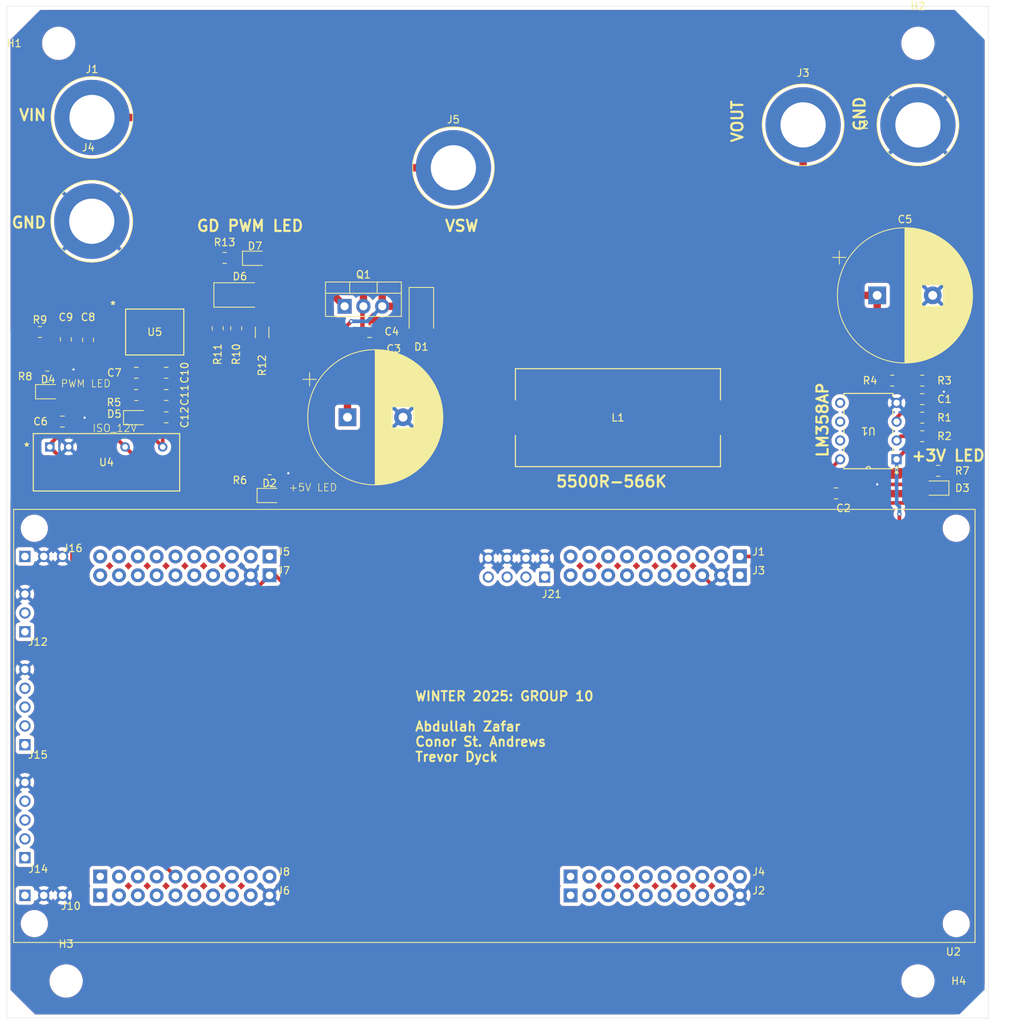
<source format=kicad_pcb>
(kicad_pcb (version 20241229) (generator "pcbnew") (generator_version "9.0")
  (layers (0 "F.Cu" signal) (2 "B.Cu" signal) (13 "F.Paste" user) (15 "B.Paste" user) (5 "F.SilkS" user "F.Silkscreen") (7 "B.SilkS" user "B.Silkscreen") (1 "F.Mask" user) (3 "B.Mask" user) (25 "Edge.Cuts" user))
  (net 0 "")
  (net 1 "GND")
  (net 2 "+3.3V")
  (net 3 "/VFILT")
  (net 4 "/VOUT")
  (net 14 "/Power_stage/VIN")
  (net 16 "+5V")
  (net 26 "/GD/ISO_12")
  (net 27 "/GD/PWM_FILT")
  (net 31 "/VSW")
  (net 35 "/VG")
  (net 42 "Net-(D6-K)")
  (net 81 "/PWM")
  (net 90 "/GD/GD_PWM")
  (net 105 "Net-(U1-1IN+)")
  (net 106 "Net-(U1-1IN-)")
  (net 107 "Net-(D2-K)")
  (net 108 "Net-(D3-K)")
  (net 109 "Net-(D4-K)")
  (net 110 "Net-(D5-K)")
  (net 111 "Net-(D7-K)")
  (footprint "Diode_SMD:D_SMA" (layer "F.Cu") (at 100.464 74.446 -90)
    (property "Reference" "D1")
    (property "Value" "SS310")
  )
  (footprint "Capacitor_THT:CP_Radial_D18.0mm_P7.50mm" (layer "F.Cu") (at 90.48622 88.446)
    (property "Reference" "C3")
    (property "Value" "470u")
  )
  (footprint "Resistor_SMD:R_0805_2012Metric_Pad1.20x1.40mm_HandSolder" (layer "F.Cu") (at 170.229 95.676354 180)
    (property "Reference" "R7")
    (property "Value" "3.3K")
  )
  (footprint "Resistor_SMD:R_0805_2012Metric" (layer "F.Cu") (at 168.0875 91)
    (property "Reference" "R2")
    (property "Value" "5")
  )
  (footprint "Capacitor_SMD:C_0805_2012Metric" (layer "F.Cu") (at 66.004 85.446)
    (property "Reference" "C11")
    (property "Value" "220U")
  )
  (footprint "UWINLOGO:UWINLOGO.pretty" (layer "F.Cu") (at 89 130)
    (property "Reference" "G***" (hide yes))
    (property "Value" "LOGO" (hide yes))
  )
  (footprint "LED_SMD:LED_0805_2012Metric" (layer "F.Cu") (at 61.9375 88.5)
    (property "Reference" "D5")
    (property "Value" "SMLMN2WB1CW1")
  )
  (footprint "Resistor_SMD:R_0805_2012Metric_Pad1.20x1.40mm_HandSolder" (layer "F.Cu") (at 75.464 76.446 90)
    (property "Reference" "R10")
    (property "Value" "7R")
  )
  (footprint "Connector:Banana_Jack_1Pin" (layer "F.Cu") (at 104.785 54.785)
    (property "Reference" "J5")
    (property "Value" "Conn_01x01_Pin")
  )
  (footprint "Diode_SMD:D_SMA" (layer "F.Cu") (at 75.964 71.946)
    (property "Reference" "D6")
    (property "Value" "US2AA")
  )
  (footprint "Connector:Banana_Jack_1Pin" (layer "F.Cu") (at 167.5 49)
    (property "Reference" "J2")
    (property "Value" "Conn_01x01_Pin")
  )
  (footprint "LED_SMD:LED_0805_2012Metric" (layer "F.Cu") (at 79.964 99)
    (property "Reference" "D2")
    (property "Value" "LTST-C171GKT")
  )
  (footprint "Resistor_SMD:R_0805_2012Metric_Pad1.20x1.40mm_HandSolder" (layer "F.Cu") (at 72.964 76.446 90)
    (property "Reference" "R11")
    (property "Value" "12R")
  )
  (footprint "Capacitor_SMD:C_0805_2012Metric" (layer "F.Cu") (at 61.964 82.446 180)
    (property "Reference" "C7")
    (property "Value" "1u")
  )
  (footprint "LED_SMD:LED_0805_2012Metric" (layer "F.Cu") (at 170 98 180)
    (property "Reference" "D3")
    (property "Value" "LTST-C171GKT")
  )
  (footprint "Resistor_SMD:R_0805_2012Metric_Pad1.20x1.40mm_HandSolder" (layer "F.Cu") (at 48.964 76.946)
    (property "Reference" "R9")
    (property "Value" "51")
  )
  (footprint "Capacitor_SMD:C_0805_2012Metric" (layer "F.Cu") (at 93.464 76.946)
    (property "Reference" "C4")
    (property "Value" "1u")
  )
  (footprint "Resistor_SMD:R_0805_2012Metric_Pad1.20x1.40mm_HandSolder" (layer "F.Cu") (at 73.9015 66.946 180)
    (property "Reference" "R13")
    (property "Value" "3.3K")
  )
  (footprint "MountingHole:MountingHole_4mm" (layer "F.Cu") (at 52.5 164.5)
    (property "Reference" "H3")
    (property "Value" "MountingHole")
  )
  (footprint "Capacitor_SMD:C_0805_2012Metric_Pad1.18x1.45mm_HandSolder" (layer "F.Cu") (at 52.464 77.946 -90)
    (property "Reference" "C9")
    (property "Value" "33p")
  )
  (footprint "MountingHole:MountingHole_4mm" (layer "F.Cu") (at 167.5 164.5)
    (property "Reference" "H4")
    (property "Value" "MountingHole")
  )
  (footprint "Capacitor_THT:CP_Radial_D18.0mm_P7.50mm" (layer "F.Cu") (at 162 72)
    (property "Reference" "C5")
    (property "Value" "47uf")
  )
  (footprint "LED_SMD:LED_0805_2012Metric" (layer "F.Cu") (at 50.0625 85)
    (property "Reference" "D4")
    (property "Value" "LTST-C171GKT")
  )
  (footprint "LED_SMD:LED_0805_2012Metric" (layer "F.Cu") (at 78 67)
    (property "Reference" "D7")
    (property "Value" "SMLMN2WB1CW1")
  )
  (footprint "Resistor_SMD:R_0805_2012Metric" (layer "F.Cu") (at 168.0875 88.5 180)
    (property "Reference" "R1")
    (property "Value" "100")
  )
  (footprint "footprints:SOIC8_DWV_TEX" (layer "F.Cu") (at 64.464 76.946)
    (property "Reference" "U5")
    (property "Value" "UCC5304DWVR")
  )
  (footprint "MURATAPSLOGO:murataPSlogo.pretty" (layer "F.Cu") (at 136 130)
    (property "Reference" "G***" (hide yes))
    (property "Value" "LOGO" (hide yes))
  )
  (footprint "Resistor_SMD:R_0805_2012Metric" (layer "F.Cu") (at 168.0875 83.5 180)
    (property "Reference" "R3")
    (property "Value" "5")
  )
  (footprint "Capacitor_SMD:C_0805_2012Metric" (layer "F.Cu") (at 168.0875 86)
    (property "Reference" "C1")
    (property "Value" "0.0105")
  )
  (footprint "Connector:Banana_Jack_1Pin" (layer "F.Cu") (at 152 49)
    (property "Reference" "J3")
    (property "Value" "Conn_01x01_Pin")
  )
  (footprint "LAUNCHXL_F28379D:MOD_LAUNCHXL-F28379D" (layer "F.Cu") (at 110.317 130.086 180)
    (property "Reference" "U2")
    (property "Value" "LAUNCHXL-F28379D")
  )
  (footprint "Connector:Banana_Jack_1Pin" (layer "F.Cu") (at 55.964 62)
    (property "Reference" "J4")
    (property "Value" "Conn_01x01_Pin")
  )
  (footprint "Capacitor_SMD:C_0805_2012Metric_Pad1.18x1.45mm_HandSolder" (layer "F.Cu") (at 55.464 77.996 -90)
    (property "Reference" "C8")
    (property "Value" "1u")
  )
  (footprint "Package_TO_SOT_THT:TO-220-3_Vertical" (layer "F.Cu") (at 90.099 73.471)
    (property "Reference" "Q1")
    (property "Value" "IRF540N")
  )
  (footprint "LM358AP_footprints:P8" (layer "F.Cu") (at 157 86.5 180)
    (property "Reference" "U1")
    (property "Value" "LM358AP")
  )
  (footprint "Capacitor_SMD:C_0805_2012Metric" (layer "F.Cu") (at 156.45 98.7125)
    (property "Reference" "C2")
    (property "Value" "1u")
  )
  (footprint "5500R_566Kfootprints:5500R-566K_API" (layer "F.Cu") (at 127 88.5)
    (property "Reference" "L1")
    (property "Value" "47mh")
  )
  (footprint "Resistor_SMD:R_0805_2012Metric" (layer "F.Cu") (at 164.0375 83.5)
    (property "Reference" "R4")
    (property "Value" "100")
  )
  (footprint "Resistor_SMD:R_1206_3216Metric_Pad1.30x1.75mm_HandSolder" (layer "F.Cu") (at 78.964 76.996 90)
    (property "Reference" "R12")
    (property "Value" "50R")
  )
  (footprint "Capacitor_SMD:C_0805_2012Metric" (layer "F.Cu") (at 66.004 88.456)
    (property "Reference" "C12")
    (property "Value" "10u")
  )
  (footprint "Capacitor_SMD:C_0805_2012Metric" (layer "F.Cu") (at 52.004 89.021)
    (property "Reference" "C6")
    (property "Value" "1u")
  )
  (footprint "Resistor_SMD:R_0805_2012Metric_Pad1.20x1.40mm_HandSolder" (layer "F.Cu") (at 49.964 82.946)
    (property "Reference" "R8")
    (property "Value" "3.3K")
  )
  (footprint "Capacitor_SMD:C_0805_2012Metric" (layer "F.Cu") (at 66.004 82.436)
    (property "Reference" "C10")
    (property "Value" "10u")
  )
  (footprint "MountingHole:MountingHole_4mm" (layer "F.Cu") (at 51.5 38)
    (property "Reference" "H1")
    (property "Value" "MountingHole")
  )
  (footprint "Connector:Banana_Jack_1Pin" (layer "F.Cu") (at 56 48)
    (property "Reference" "J1")
    (property "Value" "Conn_01x01_Pin")
  )
  (footprint "footprints:TMV-HI_SINGLE_TRP" (layer "F.Cu") (at 50.304 92.446)
    (property "Reference" "U4")
    (property "Value" "TMV 0512SHI")
  )
  (footprint "Resistor_SMD:R_0805_2012Metric_Pad1.20x1.40mm_HandSolder" (layer "F.Cu") (at 79.964 96.946)
    (property "Reference" "R6")
    (property "Value" "3.3K")
  )
  (footprint "Resistor_SMD:R_0805_2012Metric_Pad1.20x1.40mm_HandSolder" (layer "F.Cu") (at 61.964 85.446 180)
    (property "Reference" "R5")
    (property "Value" "3.3K")
  )
  (footprint "MountingHole:MountingHole_4mm" (layer "F.Cu") (at 167.5 38)
    (property "Reference" "H2")
    (property "Value" "MountingHole")
  )
  (gr_rect (start 44.5 33) (end 177 169.5) (stroke (width 0.05)) (fill no) (layer "Edge.Cuts"))
  (gr_text "+5V LED" (at 82.5 98.5 0) (layer "F.SilkS") (effects (font (size 1 1) (thickness 0.1)) (justify left bottom)))
  (gr_text "VSW\n" (at 103.5 63.5 0) (layer "F.SilkS") (effects (font (size 1.5 1.5) (thickness 0.3) (bold yes)) (justify left bottom)))
  (gr_text "+3V LED\n" (at 166.5 94.5 0) (layer "F.SilkS") (effects (font (size 1.5 1.5) (thickness 0.3) (bold yes)) (justify left bottom)))
  (gr_text "ISO_12V " (at 56 90.5 0) (layer "F.SilkS") (effects (font (size 1 1) (thickness 0.1)) (justify left bottom)))
  (gr_text "VOUT\n" (at 144 51.5 90) (layer "F.SilkS") (effects (font (size 1.5 1.5) (thickness 0.3) (bold yes)) (justify left bottom)))
  (gr_text "VIN\n" (at 46 48.554 0) (layer "F.SilkS") (effects (font (size 1.5 1.5) (thickness 0.3) (bold yes)) (justify left bottom)))
  (gr_text "WINTER 2025: GROUP 10\n\nAbdullah Zafar\nConor St. Andrews\nTrevor Dyck" (at 99.5 135 0) (layer "F.SilkS") (effects (font (size 1.27 1.27) (thickness 0.254) (bold yes)) (justify left bottom)))
  (gr_text "LM358AP\n" (at 155.5 94 90) (layer "F.SilkS") (effects (font (size 1.5 1.5) (thickness 0.3) (bold yes)) (justify left bottom)))
  (gr_text "5500R-566K" (at 118.5 98 0) (layer "F.SilkS") (effects (font (size 1.5 1.5) (thickness 0.3) (bold yes)) (justify left bottom)))
  (gr_text "GD PWM LED\n" (at 70 63.5 0) (layer "F.SilkS") (effects (font (size 1.5 1.5) (thickness 0.3) (bold yes)) (justify left bottom)))
  (gr_text "PWM LED\n" (at 51.7115 84.486 0) (layer "F.SilkS") (effects (font (size 1 1) (thickness 0.1)) (justify left bottom)))
  (gr_text "GND\n" (at 45 63.054 0) (layer "F.SilkS") (effects (font (size 1.5 1.5) (thickness 0.3) (bold yes)) (justify left bottom)))
  (gr_text "GND\n" (at 160.5 50 90) (layer "F.SilkS") (effects (font (size 1.5 1.5) (thickness 0.3) (bold yes)) (justify left bottom)))
  (segment (start 94.914 76.446) (end 97.464 76.446) (width 0.500126) (layer "F.Cu") (net 1))
  (segment (start 158.6125 97.5) (end 162 97.5) (width 0.500126) (layer "F.Cu") (net 1))
  (segment (start 53.475 88.5) (end 52.954 89.021) (width 0.500126) (layer "F.Cu") (net 1))
  (segment (start 167.323646 95.676354) (end 169.229 95.676354) (width 0.500126) (layer "F.Cu") (net 1))
  (segment (start 157.4 98.7125) (end 158.6125 97.5) (width 0.500126) (layer "F.Cu") (net 1))
  (segment (start 97.464 76.446) (end 100.464 76.446) (width 0.500126) (layer "F.Cu") (net 1))
  (segment (start 170.0375 85) (end 169.0375 86) (width 0.4) (layer "F.Cu") (net 1))
  (segment (start 81.91 96) (end 80.964 96.946) (width 0.500126) (layer "F.Cu") (net 1))
  (segment (start 165.5 97.5) (end 167.323646 95.676354) (width 0.500126) (layer "F.Cu") (net 1))
  (segment (start 170.964 84.964) (end 171 85) (width 0.4) (layer "F.Cu") (net 1))
  (segment (start 94.414 76.946) (end 94.914 76.446) (width 0.500126) (layer "F.Cu") (net 1))
  (segment (start 169 88.5) (end 169 86.0375) (width 0.500126) (layer "F.Cu") (net 1))
  (segment (start 169 85.5) (end 169 83.5) (width 0.2) (layer "F.Cu") (net 1))
  (segment (start 171 85) (end 170.0375 85) (width 0.4) (layer "F.Cu") (net 1))
  (segment (start 82.5 96) (end 81.91 96) (width 0.500126) (layer "F.Cu") (net 1))
  (segment (start 169 86.0375) (end 169.0375 86) (width 0.500126) (layer "F.Cu") (net 1))
  (segment (start 169.0375 85.5375) (end 169 85.5) (width 0.2) (layer "F.Cu") (net 1))
  (segment (start 169.0375 86) (end 169.0375 85.5375) (width 0.2) (layer "F.Cu") (net 1))
  (segment (start 55 88.5) (end 53.475 88.5) (width 0.500126) (layer "F.Cu") (net 1))
  (segment (start 162 97.5) (end 165.5 97.5) (width 0.500126) (layer "F.Cu") (net 1))
  (via (at 171 85) (size 0.6) (drill 0.3) (layers "F.Cu" "B.Cu") (net 1))
  (via (at 82.5 96) (size 0.6) (drill 0.3) (layers "F.Cu" "B.Cu") (net 1))
  (via (at 55 88.5) (size 0.6) (drill 0.3) (layers "F.Cu" "B.Cu") (net 1))
  (via (at 53.5 82) (size 0.6) (drill 0.3) (layers "F.Cu" "B.Cu") (net 1))
  (via (at 162 97.5) (size 0.6) (drill 0.3) (layers "F.Cu" "B.Cu") (net 1))
  (segment (start 170.964 84.964) (end 171 85) (width 0.4) (layer "B.Cu") (net 1))
  (segment (start 155.5 95.62) (end 157 94.12) (width 0.500126) (layer "F.Cu") (net 2))
  (segment (start 155.5 98.7125) (end 155.5 95.62) (width 0.500126) (layer "F.Cu") (net 2))
  (segment (start 143.464 107.226) (end 146.9865 107.226) (width 0.500126) (layer "F.Cu") (net 2))
  (segment (start 146.9865 107.226) (end 155.5 98.7125) (width 0.500126) (layer "F.Cu") (net 2))
  (segment (start 143.464 107.226) (end 143.744 107.226) (width 0.2) (layer "F.Cu") (net 2))
  (segment (start 167.022854 100) (end 169.2115 97.811354) (width 0.500126) (layer "F.Cu") (net 2))
  (segment (start 143.964 106.946) (end 143.684 107.226) (width 0.2) (layer "F.Cu") (net 2))
  (segment (start 155.5 100) (end 167.022854 100) (width 0.500126) (layer "F.Cu") (net 2))
  (segment (start 143.464 107.226) (end 143.684 107.226) (width 0.2) (layer "F.Cu") (net 2))
  (segment (start 155.5 98.7125) (end 155.5 100) (width 0.500126) (layer "F.Cu") (net 2))
  (segment (start 143.744 107.226) (end 143.964 107.446) (width 0.2) (layer "F.Cu") (net 2))
  (segment (start 164.62 94.12) (end 165 94.5) (width 0.2) (layer "F.Cu") (net 3))
  (segment (start 166.396897 92.343103) (end 164.62 94.12) (width 0.500126) (layer "F.Cu") (net 3))
  (segment (start 165 102.5) (end 165 101.5) (width 0.500126) (layer "F.Cu") (net 3))
  (segment (start 169 91) (end 167.656897 92.343103) (width 0.500126) (layer "F.Cu") (net 3))
  (segment (start 165 114) (end 165 102.5) (width 0.500126) (layer "F.Cu") (net 3))
  (segment (start 143.118 114.5) (end 164.5 114.5) (width 0.500126) (layer "F.Cu") (net 3))
  (segment (start 138.384 109.766) (end 143.118 114.5) (width 0.500126) (layer "F.Cu") (net 3))
  (segment (start 167.656897 92.343103) (end 166.396897 92.343103) (width 0.500126) (layer "F.Cu") (net 3))
  (segment (start 164.5 114.5) (end 165 114) (width 0.500126) (layer "F.Cu") (net 3))
  (via (at 165 101.5) (size 0.6) (drill 0.3) (layers "F.Cu" "B.Cu") (net 3))
  (segment (start 165 101.5) (end 165 100.5) (width 0.500126) (layer "B.Cu") (net 3))
  (segment (start 165 100.5) (end 164.62 100.12) (width 0.500126) (layer "B.Cu") (net 3))
  (segment (start 164.62 100.12) (end 164.62 94.12) (width 0.500126) (layer "B.Cu") (net 3))
  (segment (start 162 72) (end 148.948 72) (width 1) (layer "F.Cu") (net 4))
  (segment (start 152 48) (end 152 58.5) (width 0.2) (layer "F.Cu") (net 4))
  (segment (start 152 51.5) (end 152 58.5) (width 1) (layer "F.Cu") (net 4))
  (segment (start 162 82.375) (end 163.125 83.5) (width 1) (layer "F.Cu") (net 4))
  (segment (start 148.894 71.946) (end 148.894 88.394) (width 1) (layer "F.Cu") (net 4))
  (segment (start 148.948 72) (end 148.894 71.946) (width 0.2) (layer "F.Cu") (net 4))
  (segment (start 148.894 88.394) (end 149 88.5) (width 1) (layer "F.Cu") (net 4))
  (segment (start 149 88.5) (end 137.849801 88.5) (width 1) (layer "F.Cu") (net 4))
  (segment (start 152 58.5) (end 152 68.84) (width 1) (layer "F.Cu") (net 4))
  (segment (start 152 68.84) (end 148.894 71.946) (width 1) (layer "F.Cu") (net 4))
  (segment (start 152 49) (end 152 58.5) (width 0.2) (layer "F.Cu") (net 4))
  (segment (start 162 72) (end 162 82.375) (width 1) (layer "F.Cu") (net 4))
  (segment (start 92.514 77.896) (end 90.48622 79.92378) (width 1) (layer "F.Cu") (net 14))
  (segment (start 92.514 73.596) (end 92.639 73.471) (width 0.2) (layer "F.Cu") (net 14))
  (segment (start 92.639 73.471) (end 92.639 71.471) (width 1) (layer "F.Cu") (net 14))
  (segment (start 92.514 76.946) (end 92.514 77.896) (width 1) (layer "F.Cu") (net 14))
  (segment (start 90.48622 79.92378) (end 90.48622 88.446) (width 1) (layer "F.Cu") (net 14))
  (segment (start 69.168 48) (end 56 48) (width 1) (layer "F.Cu") (net 14))
  (segment (start 92.514 76.946) (end 92.514 73.596) (width 0.6) (layer "F.Cu") (net 14))
  (segment (start 92.639 71.471) (end 69.168 48) (width 1) (layer "F.Cu") (net 14))
  (segment (start 84 102.0445) (end 80.9015 98.946) (width 0.500126) (layer "F.Cu") (net 16))
  (segment (start 81.75 110.75) (end 84 108.5) (width 0.500126) (layer "F.Cu") (net 16))
  (segment (start 54.464 96.606) (end 50.304 92.446) (width 0.500126) (layer "F.Cu") (net 16))
  (segment (start 57 83.075) (end 57 76.9585) (width 0.500126) (layer "F.Cu") (net 16))
  (segment (start 51.054 91.356) (end 51.054 89.021) (width 0.500126) (layer "F.Cu") (net 16))
  (segment (start 54.464 113.446) (end 54.464 96.606) (width 0.500126) (layer "F.Cu") (net 16))
  (segment (start 58.4317 76.9585) (end 58.4567 76.9585) (width 0.500126) (layer "F.Cu") (net 16))
  (segment (start 80.766 109.766) (end 81.75 110.75) (width 0.500126) (layer "F.Cu") (net 16))
  (segment (start 76.284 113.446) (end 54.464 113.446) (width 0.500126) (layer "F.Cu") (net 16))
  (segment (start 51.054 89.021) (end 57 83.075) (width 0.500126) (layer "F.Cu") (net 16))
  (segment (start 50.304 92.446) (end 50.304 92.106) (width 0.500126) (layer "F.Cu") (net 16))
  (segment (start 79.964 109.766) (end 80.766 109.766) (width 0.500126) (layer "F.Cu") (net 16))
  (segment (start 84 108.5) (end 84 102.0445) (width 0.500126) (layer "F.Cu") (net 16))
  (segment (start 58.4567 76.9585) (end 59.0792 77.581) (width 0.500126) (layer "F.Cu") (net 16))
  (segment (start 50.304 92.106) (end 51.054 91.356) (width 0.500126) (layer "F.Cu") (net 16))
  (segment (start 79.964 109.766) (end 76.284 113.446) (width 0.500126) (layer "F.Cu") (net 16))
  (segment (start 57 76.9585) (end 58.4317 76.9585) (width 0.500126) (layer "F.Cu") (net 16))
  (segment (start 55.464 76.9585) (end 57 76.9585) (width 0.500126) (layer "F.Cu") (net 16))
  (segment (start 58.4317 76.9585) (end 59.0792 76.311) (width 0.500126) (layer "F.Cu") (net 16))
  (segment (start 69.8488 75.041) (end 68.7865 75.041) (width 0.500126) (layer "F.Cu") (net 26))
  (segment (start 64.474 82.436) (end 64.464 82.446) (width 0.500126) (layer "F.Cu") (net 26))
  (segment (start 64.464 82.446) (end 62.914 82.446) (width 1) (layer "F.Cu") (net 26))
  (segment (start 65.054 88.456) (end 65.054 85.446) (width 0.500126) (layer "F.Cu") (net 26))
  (segment (start 65.544 88.946) (end 65.054 88.456) (width 0.500126) (layer "F.Cu") (net 26))
  (segment (start 68.7865 75.041) (end 62.914 80.9135) (width 1) (layer "F.Cu") (net 26))
  (segment (start 62.914 80.9135) (end 62.914 82.446) (width 1) (layer "F.Cu") (net 26))
  (segment (start 62.964 88.446) (end 62.964 89.866) (width 0.500126) (layer "F.Cu") (net 26))
  (segment (start 62.964 89.866) (end 65.544 92.446) (width 0.500126) (layer "F.Cu") (net 26))
  (segment (start 69.964 74.9258) (end 69.8488 75.041) (width 0.500126) (layer "F.Cu") (net 26))
  (segment (start 65.054 82.436) (end 64.474 82.436) (width 0.500126) (layer "F.Cu") (net 26))
  (segment (start 65.054 85.446) (end 65.054 82.436) (width 0.500126) (layer "F.Cu") (net 26))
  (segment (start 65.544 92.446) (end 65.544 88.946) (width 0.500126) (layer "F.Cu") (net 26))
  (segment (start 52.464 76.9085) (end 54.3315 75.041) (width 0.500126) (layer "F.Cu") (net 27))
  (segment (start 54.3315 75.041) (end 59.0792 75.041) (width 0.500126) (layer "F.Cu") (net 27))
  (segment (start 50.0015 76.9085) (end 49.964 76.946) (width 0.500126) (layer "F.Cu") (net 27))
  (segment (start 52.464 76.9085) (end 50.0015 76.9085) (width 0.500126) (layer "F.Cu") (net 27))
  (segment (start 66.954 85.446) (end 66.954 88.456) (width 0.500126) (layer "F.Cu") (net 31))
  (segment (start 87.954 78.546) (end 78.964 78.546) (width 0.500126) (layer "F.Cu") (net 31))
  (segment (start 106.946 72.446) (end 100.464 72.446) (width 1) (layer "F.Cu") (net 31))
  (segment (start 107 72.5) (end 106.946 72.446) (width 1) (layer "F.Cu") (net 31))
  (segment (start 62.464 94.446) (end 66.964 94.446) (width 0.500126) (layer "F.Cu") (net 31))
  (segment (start 116.150199 88.5) (end 110.5 88.5) (width 1) (layer "F.Cu") (net 31))
  (segment (start 104.785 54.785) (end 95.894 54.785) (width 1) (layer "F.Cu") (net 31))
  (segment (start 72.9015 66.946) (end 65.464 66.946) (width 0.500126) (layer "F.Cu") (net 31))
  (segment (start 61.014 82.896) (end 58.464 85.446) (width 0.500126) (layer "F.Cu") (net 31))
  (segment (start 95.179 73.471) (end 99.439 73.471) (width 1) (layer "F.Cu") (net 31))
  (segment (start 99.439 73.471) (end 100.464 72.446) (width 1) (layer "F.Cu") (net 31))
  (segment (start 61.014 82.446) (end 61.014 82.896) (width 0.500126) (layer "F.Cu") (net 31))
  (segment (start 66.954 94.436) (end 66.954 88.456) (width 0.500126) (layer "F.Cu") (net 31))
  (segment (start 66.954 82.436) (end 66.954 85.446) (width 0.500126) (layer "F.Cu") (net 31))
  (segment (start 91 75.5) (end 87.954 78.546) (width 0.500126) (layer "F.Cu") (net 31))
  (segment (start 107 85) (end 107 72.5) (width 1) (layer "F.Cu") (net 31))
  (segment (start 69.8488 78.851) (end 69.8488 77.581) (width 0.500126) (layer "F.Cu") (net 31))
  (segment (start 110.5 88.5) (end 107 85) (width 1) (layer "F.Cu") (net 31))
  (segment (start 69.8488 79.5412) (end 69.8488 78.851) (width 0.500126) (layer "F.Cu") (net 31))
  (segment (start 66.964 94.446) (end 66.954 94.436) (width 0.500126) (layer "F.Cu") (net 31))
  (segment (start 61.014 82.446) (end 61.014 71.396) (width 0.500126) (layer "F.Cu") (net 31))
  (segment (start 56.964 88.946) (end 60.464 92.446) (width 0.500126) (layer "F.Cu") (net 31))
  (segment (start 60.464 92.446) (end 62.464 94.446) (width 0.500126) (layer "F.Cu") (net 31))
  (segment (start 58.464 85.446) (end 56.964 86.946) (width 0.500126) (layer "F.Cu") (net 31))
  (segment (start 95.894 54.785) (end 95.179 55.5) (width 1) (layer "F.Cu") (net 31))
  (segment (start 61.014 71.396) (end 65.464 66.946) (width 0.500126) (layer "F.Cu") (net 31))
  (segment (start 78.964 78.546) (end 75.074 82.436) (width 1) (layer "F.Cu") (net 31))
  (segment (start 95.179 55.5) (end 95.179 73.471) (width 1) (layer "F.Cu") (net 31))
  (segment (start 56.964 86.946) (end 56.964 88.946) (width 0.500126) (layer "F.Cu") (net 31))
  (segment (start 66.954 82.436) (end 69.8488 79.5412) (width 1) (layer "F.Cu") (net 31))
  (segment (start 106.5 56.5) (end 104.785 54.785) (width 0.500126) (layer "F.Cu") (net 31))
  (segment (start 104.785 54.785) (end 106.464 56.464) (width 1) (layer "F.Cu") (net 31))
  (segment (start 75.074 82.436) (end 66.954 82.436) (width 1) (layer "F.Cu") (net 31))
  (segment (start 60.964 85.446) (end 58.464 85.446) (width 0.500126) (layer "F.Cu") (net 31))
  (via (at 91 75.5) (size 0.6) (drill 0.3) (layers "F.Cu" "B.Cu") (net 31))
  (segment (start 93.15 75.5) (end 91 75.5) (width 0.500126) (layer "B.Cu") (net 31))
  (segment (start 95.179 73.471) (end 93.15 75.5) (width 0.500126) (layer "B.Cu") (net 31))
  (segment (start 78.964 72.946) (end 77.964 71.946) (width 0.2) (layer "F.Cu") (net 35))
  (segment (start 78.964 75.446) (end 78.964 72.946) (width 1) (layer "F.Cu") (net 35))
  (segment (start 78.839 66.946) (end 78.839 71.071) (width 0.500126) (layer "F.Cu") (net 35))
  (segment (start 88.574 71.946) (end 90.099 73.471) (width 1) (layer "F.Cu") (net 35))
  (segment (start 75.464 75.446) (end 78.964 75.446) (width 1) (layer "F.Cu") (net 35))
  (segment (start 78.839 71.071) (end 77.964 71.946) (width 0.500126) (layer "F.Cu") (net 35))
  (segment (start 77.964 71.946) (end 88.574 71.946) (width 1) (layer "F.Cu") (net 35))
  (segment (start 72.964 75.446) (end 72.964 74.946) (width 0.2) (layer "F.Cu") (net 42))
  (segment (start 73.964 73.946) (end 73.964 71.946) (width 1) (layer "F.Cu") (net 42))
  (segment (start 72.964 74.946) (end 73.964 73.946) (width 1) (layer "F.Cu") (net 42))
  (segment (start 50.964 85.446) (end 46.464 89.946) (width 0.500126) (layer "F.Cu") (net 81))
  (segment (start 45.964 89.946) (end 45.964 76.946) (width 0.500126) (layer "F.Cu") (net 81))
  (segment (start 45.964 76.946) (end 47.964 76.946) (width 0.500126) (layer "F.Cu") (net 81))
  (segment (start 45.964 99.446) (end 45.964 89.946) (width 0.500126) (layer "F.Cu") (net 81))
  (segment (start 53.304 136.446) (end 53.304 102.786) (width 0.500126) (layer "F.Cu") (net 81))
  (segment (start 46.464 89.946) (end 45.964 89.946) (width 0.500126) (layer "F.Cu") (net 81))
  (segment (start 67.264 150.406) (end 53.304 136.446) (width 0.500126) (layer "F.Cu") (net 81))
  (segment (start 53.304 102.786) (end 49.964 99.446) (width 0.500126) (layer "F.Cu") (net 81))
  (segment (start 49.964 99.446) (end 45.964 99.446) (width 0.500126) (layer "F.Cu") (net 81))
  (segment (start 69.8488 76.311) (end 70.8997 76.311) (width 0.2) (layer "F.Cu") (net 90))
  (segment (start 75.464 77.446) (end 72.964 77.446) (width 1) (layer "F.Cu") (net 90))
  (segment (start 72.0347 77.446) (end 73.464 77.446) (width 0.2) (layer "F.Cu") (net 90))
  (segment (start 70.8997 76.311) (end 72.0347 77.446) (width 1) (layer "F.Cu") (net 90))
  (segment (start 167.1375 86) (end 167.175 85.9625) (width 0.500126) (layer "F.Cu") (net 105))
  (segment (start 164.62 88.5175) (end 164.62 89.04) (width 0.500126) (layer "F.Cu") (net 105))
  (segment (start 167.175 83.5) (end 164.95 83.5) (width 0.500126) (layer "F.Cu") (net 105))
  (segment (start 167.1375 86) (end 164.62 88.5175) (width 0.500126) (layer "F.Cu") (net 105))
  (segment (start 167.175 85.9625) (end 167.175 83.5) (width 0.500126) (layer "F.Cu") (net 105))
  (segment (start 167.175 88.5) (end 167.3 88.5) (width 0.500126) (layer "F.Cu") (net 106))
  (segment (start 165.2 91) (end 164.62 91.58) (width 0.500126) (layer "F.Cu") (net 106))
  (segment (start 167.3 91) (end 167.175 91) (width 0.500126) (layer "F.Cu") (net 106))
  (segment (start 167.175 91) (end 165.2 91) (width 0.500126) (layer "F.Cu") (net 106))
  (segment (start 167.175 91) (end 167.175 88.5) (width 0.500126) (layer "F.Cu") (net 106))
  (segment (start 79.0265 98.946) (end 79.0265 97.0085) (width 0.500126) (layer "F.Cu") (net 107))
  (segment (start 79.0265 97.0085) (end 78.964 96.946) (width 0.500126) (layer "F.Cu") (net 107))
  (segment (start 171.0865 97.811354) (end 171.0865 95.818854) (width 0.500126) (layer "F.Cu") (net 108))
  (segment (start 171.0865 95.818854) (end 171.229 95.676354) (width 0.500126) (layer "F.Cu") (net 108))
  (segment (start 49.089 85.446) (end 49.089 83.071) (width 0.500126) (layer "F.Cu") (net 109))
  (segment (start 49.089 83.071) (end 48.964 82.946) (width 0.500126) (layer "F.Cu") (net 109))
  (segment (start 62.964 85.446) (end 62.964 86.571) (width 0.500126) (layer "F.Cu") (net 110))
  (segment (start 62.964 86.571) (end 61.089 88.446) (width 0.500126) (layer "F.Cu") (net 110))
  (segment (start 76.964 66.946) (end 74.9015 66.946) (width 0.500126) (layer "F.Cu") (net 111))
  (zone (net 0) (net_name "") (layer "F.Cu") (priority 1) (connect_pads (clearance 0.5)) (min_thickness 0.25) (fill yes (thermal_gap 0.5) (thermal_bridge_width 0.5) (smoothing chamfer) (radius 5) (island_removal_mode 1) (island_area_min 10))
    (polygon (pts (xy 43.5762 32.591854) (xy 179.808828 33.090874) (xy 177.34657 169.5) (xy 44.561151 169.5)))
  )
  (zone (net 1) (net_name "GND") (layer "B.Cu") (connect_pads (clearance 0.5)) (min_thickness 0.25) (fill yes (thermal_gap 0.5) (thermal_bridge_width 0.5) (smoothing chamfer) (radius 5))
    (polygon (pts (xy 43.579137 33) (xy 179.302157 33) (xy 176.847123 169.5) (xy 44.561151 169.5)))
  )
)
</source>
